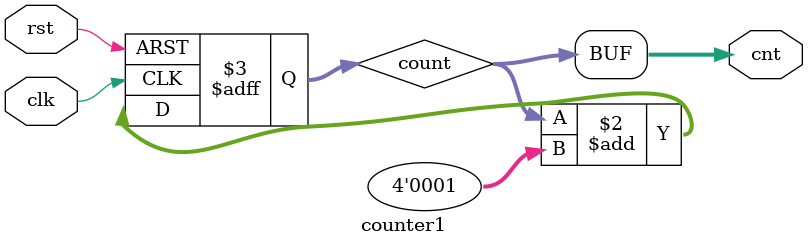
<source format=v>
`timescale 1ns/1ps

module counter1(
	input clk, rst,
	output [3:0] cnt
);

reg [3:0] count;

assign cnt = count;

always @(posedge clk or posedge rst) begin
	if(rst) begin
		count <= 4'b0;
	end
	else begin
		count <= count + 4'b1;
	end
end

endmodule

</source>
